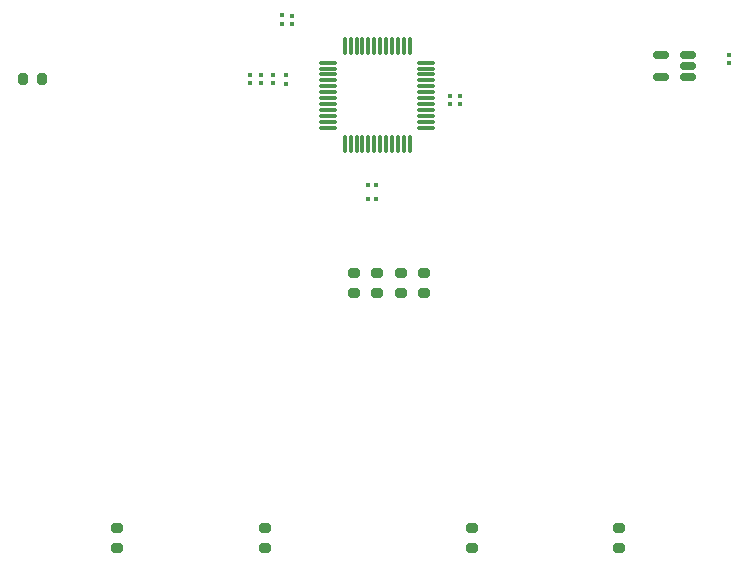
<source format=gbr>
%TF.GenerationSoftware,KiCad,Pcbnew,(6.0.11)*%
%TF.CreationDate,2023-02-27T19:33:45-08:00*%
%TF.ProjectId,IOBoard_ATSAMD21,494f426f-6172-4645-9f41-5453414d4432,rev?*%
%TF.SameCoordinates,Original*%
%TF.FileFunction,Paste,Top*%
%TF.FilePolarity,Positive*%
%FSLAX46Y46*%
G04 Gerber Fmt 4.6, Leading zero omitted, Abs format (unit mm)*
G04 Created by KiCad (PCBNEW (6.0.11)) date 2023-02-27 19:33:45*
%MOMM*%
%LPD*%
G01*
G04 APERTURE LIST*
G04 Aperture macros list*
%AMRoundRect*
0 Rectangle with rounded corners*
0 $1 Rounding radius*
0 $2 $3 $4 $5 $6 $7 $8 $9 X,Y pos of 4 corners*
0 Add a 4 corners polygon primitive as box body*
4,1,4,$2,$3,$4,$5,$6,$7,$8,$9,$2,$3,0*
0 Add four circle primitives for the rounded corners*
1,1,$1+$1,$2,$3*
1,1,$1+$1,$4,$5*
1,1,$1+$1,$6,$7*
1,1,$1+$1,$8,$9*
0 Add four rect primitives between the rounded corners*
20,1,$1+$1,$2,$3,$4,$5,0*
20,1,$1+$1,$4,$5,$6,$7,0*
20,1,$1+$1,$6,$7,$8,$9,0*
20,1,$1+$1,$8,$9,$2,$3,0*%
G04 Aperture macros list end*
%ADD10RoundRect,0.200000X0.275000X-0.200000X0.275000X0.200000X-0.275000X0.200000X-0.275000X-0.200000X0*%
%ADD11RoundRect,0.075000X0.075000X-0.662500X0.075000X0.662500X-0.075000X0.662500X-0.075000X-0.662500X0*%
%ADD12RoundRect,0.075000X0.662500X-0.075000X0.662500X0.075000X-0.662500X0.075000X-0.662500X-0.075000X0*%
%ADD13RoundRect,0.079500X0.079500X0.100500X-0.079500X0.100500X-0.079500X-0.100500X0.079500X-0.100500X0*%
%ADD14RoundRect,0.079500X-0.100500X0.079500X-0.100500X-0.079500X0.100500X-0.079500X0.100500X0.079500X0*%
%ADD15RoundRect,0.079500X0.100500X-0.079500X0.100500X0.079500X-0.100500X0.079500X-0.100500X-0.079500X0*%
%ADD16RoundRect,0.200000X0.200000X0.275000X-0.200000X0.275000X-0.200000X-0.275000X0.200000X-0.275000X0*%
%ADD17RoundRect,0.150000X0.512500X0.150000X-0.512500X0.150000X-0.512500X-0.150000X0.512500X-0.150000X0*%
%ADD18RoundRect,0.079500X-0.079500X-0.100500X0.079500X-0.100500X0.079500X0.100500X-0.079500X0.100500X0*%
G04 APERTURE END LIST*
D10*
%TO.C,R9*%
X107600000Y-121215000D03*
X107600000Y-119565000D03*
%TD*%
%TO.C,R8*%
X105600000Y-121215000D03*
X105600000Y-119565000D03*
%TD*%
%TO.C,R7*%
X103600000Y-121215000D03*
X103600000Y-119565000D03*
%TD*%
%TO.C,R6*%
X101600000Y-121215000D03*
X101600000Y-119565000D03*
%TD*%
D11*
%TO.C,U1*%
X100850000Y-108662500D03*
X101350000Y-108662500D03*
X101850000Y-108662500D03*
X102350000Y-108662500D03*
X102850000Y-108662500D03*
X103350000Y-108662500D03*
X103850000Y-108662500D03*
X104350000Y-108662500D03*
X104850000Y-108662500D03*
X105350000Y-108662500D03*
X105850000Y-108662500D03*
X106350000Y-108662500D03*
D12*
X107762500Y-107250000D03*
X107762500Y-106750000D03*
X107762500Y-106250000D03*
X107762500Y-105750000D03*
X107762500Y-105250000D03*
X107762500Y-104750000D03*
X107762500Y-104250000D03*
X107762500Y-103750000D03*
X107762500Y-103250000D03*
X107762500Y-102750000D03*
X107762500Y-102250000D03*
X107762500Y-101750000D03*
D11*
X106350000Y-100337500D03*
X105850000Y-100337500D03*
X105350000Y-100337500D03*
X104850000Y-100337500D03*
X104350000Y-100337500D03*
X103850000Y-100337500D03*
X103350000Y-100337500D03*
X102850000Y-100337500D03*
X102350000Y-100337500D03*
X101850000Y-100337500D03*
X101350000Y-100337500D03*
X100850000Y-100337500D03*
D12*
X99437500Y-101750000D03*
X99437500Y-102250000D03*
X99437500Y-102750000D03*
X99437500Y-103250000D03*
X99437500Y-103750000D03*
X99437500Y-104250000D03*
X99437500Y-104750000D03*
X99437500Y-105250000D03*
X99437500Y-105750000D03*
X99437500Y-106250000D03*
X99437500Y-106750000D03*
X99437500Y-107250000D03*
%TD*%
D10*
%TO.C,R4*%
X124100000Y-142825000D03*
X124100000Y-141175000D03*
%TD*%
D13*
%TO.C,C6*%
X103515000Y-113300000D03*
X102825000Y-113300000D03*
%TD*%
D14*
%TO.C,C4*%
X110650000Y-104575000D03*
X110650000Y-105265000D03*
%TD*%
D15*
%TO.C,C10*%
X93750000Y-102755000D03*
X93750000Y-103445000D03*
%TD*%
D14*
%TO.C,C5*%
X133400000Y-101110000D03*
X133400000Y-101800000D03*
%TD*%
D16*
%TO.C,R5*%
X75225000Y-103100000D03*
X73575000Y-103100000D03*
%TD*%
D10*
%TO.C,R1*%
X81600000Y-142825000D03*
X81600000Y-141175000D03*
%TD*%
D17*
%TO.C,U2*%
X129937500Y-103000000D03*
X129937500Y-102050000D03*
X129937500Y-101100000D03*
X127662500Y-101100000D03*
X127662500Y-103000000D03*
%TD*%
D14*
%TO.C,C2*%
X95850000Y-103525000D03*
X95850000Y-102835000D03*
%TD*%
D10*
%TO.C,R2*%
X94100000Y-142825000D03*
X94100000Y-141175000D03*
%TD*%
D18*
%TO.C,C7*%
X102820000Y-112100000D03*
X103510000Y-112100000D03*
%TD*%
D15*
%TO.C,C8*%
X95500000Y-97755000D03*
X95500000Y-98445000D03*
%TD*%
D14*
%TO.C,C11*%
X92800000Y-102810000D03*
X92800000Y-103500000D03*
%TD*%
D10*
%TO.C,R3*%
X111600000Y-142825000D03*
X111600000Y-141175000D03*
%TD*%
D14*
%TO.C,C9*%
X96400000Y-98500000D03*
X96400000Y-97810000D03*
%TD*%
D15*
%TO.C,C3*%
X109800000Y-105245000D03*
X109800000Y-104555000D03*
%TD*%
D14*
%TO.C,C1*%
X94800000Y-102755000D03*
X94800000Y-103445000D03*
%TD*%
M02*

</source>
